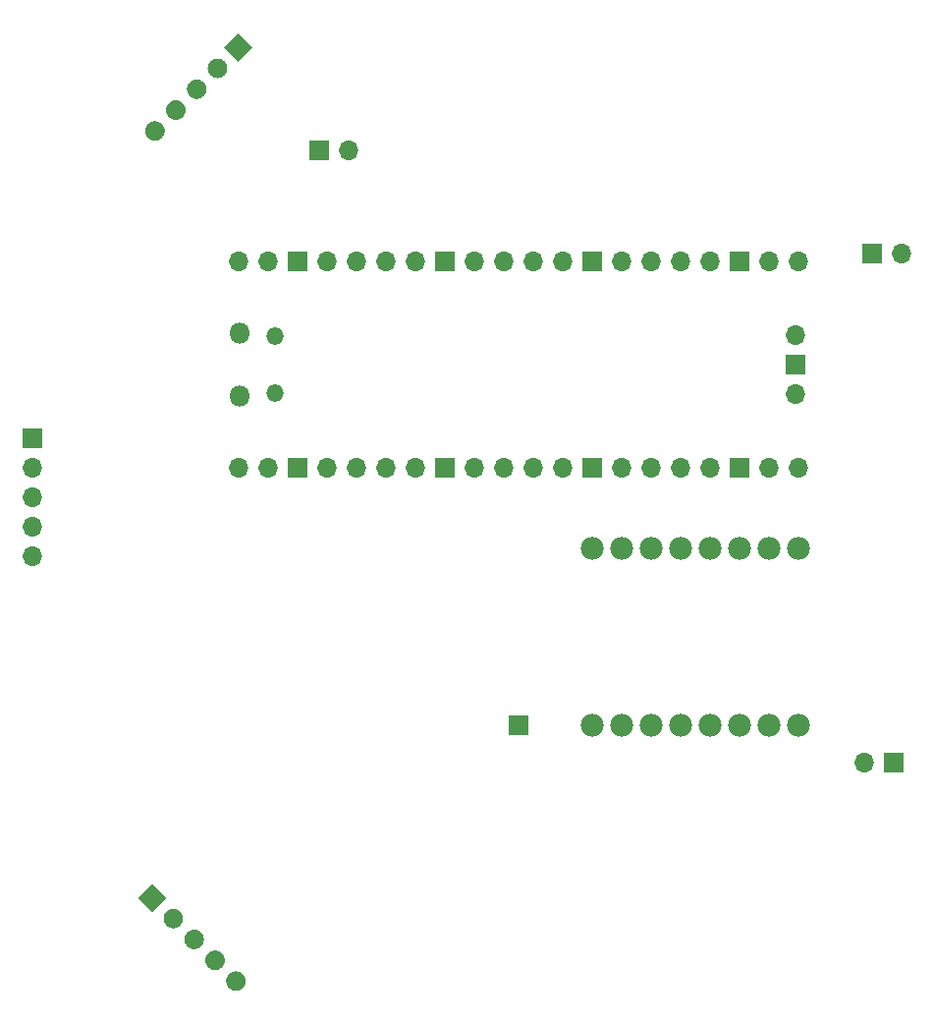
<source format=gbr>
%TF.GenerationSoftware,KiCad,Pcbnew,(6.0.9)*%
%TF.CreationDate,2022-12-06T16:34:43+05:30*%
%TF.ProjectId,micromouseus,6d696372-6f6d-46f7-9573-6575732e6b69,rev?*%
%TF.SameCoordinates,Original*%
%TF.FileFunction,Soldermask,Bot*%
%TF.FilePolarity,Negative*%
%FSLAX46Y46*%
G04 Gerber Fmt 4.6, Leading zero omitted, Abs format (unit mm)*
G04 Created by KiCad (PCBNEW (6.0.9)) date 2022-12-06 16:34:43*
%MOMM*%
%LPD*%
G01*
G04 APERTURE LIST*
%ADD10C,1.980000*%
%ADD11R,1.700000X1.700000*%
%ADD12O,1.700000X1.700000*%
%ADD13O,1.800000X1.800000*%
%ADD14O,1.500000X1.500000*%
G04 APERTURE END LIST*
D10*
%TO.C,U1*%
X161290000Y-107950000D03*
X163830000Y-107950000D03*
X166370000Y-107950000D03*
X168910000Y-107950000D03*
X171450000Y-107950000D03*
X173990000Y-107950000D03*
X176530000Y-107950000D03*
X179070000Y-107950000D03*
X179070000Y-92710000D03*
X176530000Y-92710000D03*
X173990000Y-92710000D03*
X171450000Y-92710000D03*
X168910000Y-92710000D03*
X166370000Y-92710000D03*
X163830000Y-92710000D03*
X161290000Y-92710000D03*
%TD*%
%TO.C,J3*%
G36*
X123411433Y-123978515D02*
G01*
X122209351Y-122776433D01*
X123411433Y-121574351D01*
X124613515Y-122776433D01*
X123411433Y-123978515D01*
G37*
G36*
G01*
X124606443Y-125173525D02*
X124606443Y-125173525D01*
G75*
G02*
X124606443Y-123971443I601041J601041D01*
G01*
X124606443Y-123971443D01*
G75*
G02*
X125808525Y-123971443I601041J-601041D01*
G01*
X125808525Y-123971443D01*
G75*
G02*
X125808525Y-125173525I-601041J-601041D01*
G01*
X125808525Y-125173525D01*
G75*
G02*
X124606443Y-125173525I-601041J601041D01*
G01*
G37*
G36*
G01*
X126402494Y-126969576D02*
X126402494Y-126969576D01*
G75*
G02*
X126402494Y-125767494I601041J601041D01*
G01*
X126402494Y-125767494D01*
G75*
G02*
X127604576Y-125767494I601041J-601041D01*
G01*
X127604576Y-125767494D01*
G75*
G02*
X127604576Y-126969576I-601041J-601041D01*
G01*
X127604576Y-126969576D01*
G75*
G02*
X126402494Y-126969576I-601041J601041D01*
G01*
G37*
G36*
G01*
X128198546Y-128765628D02*
X128198546Y-128765628D01*
G75*
G02*
X128198546Y-127563546I601041J601041D01*
G01*
X128198546Y-127563546D01*
G75*
G02*
X129400628Y-127563546I601041J-601041D01*
G01*
X129400628Y-127563546D01*
G75*
G02*
X129400628Y-128765628I-601041J-601041D01*
G01*
X129400628Y-128765628D01*
G75*
G02*
X128198546Y-128765628I-601041J601041D01*
G01*
G37*
G36*
G01*
X129994597Y-130561679D02*
X129994597Y-130561679D01*
G75*
G02*
X129994597Y-129359597I601041J601041D01*
G01*
X129994597Y-129359597D01*
G75*
G02*
X131196679Y-129359597I601041J-601041D01*
G01*
X131196679Y-129359597D01*
G75*
G02*
X131196679Y-130561679I-601041J-601041D01*
G01*
X131196679Y-130561679D01*
G75*
G02*
X129994597Y-130561679I-601041J601041D01*
G01*
G37*
%TD*%
D11*
%TO.C,J7*%
X185420000Y-67310000D03*
D12*
X187960000Y-67310000D03*
%TD*%
D11*
%TO.C,J6*%
X187325000Y-111125000D03*
D12*
X184785000Y-111125000D03*
%TD*%
D13*
%TO.C,U2*%
X130940000Y-79560000D03*
D14*
X133970000Y-74410000D03*
X133970000Y-79260000D03*
D13*
X130940000Y-74110000D03*
D12*
X130810000Y-85725000D03*
X133350000Y-85725000D03*
D11*
X135890000Y-85725000D03*
D12*
X138430000Y-85725000D03*
X140970000Y-85725000D03*
X143510000Y-85725000D03*
X146050000Y-85725000D03*
D11*
X148590000Y-85725000D03*
D12*
X151130000Y-85725000D03*
X153670000Y-85725000D03*
X156210000Y-85725000D03*
X158750000Y-85725000D03*
D11*
X161290000Y-85725000D03*
D12*
X163830000Y-85725000D03*
X166370000Y-85725000D03*
X168910000Y-85725000D03*
X171450000Y-85725000D03*
D11*
X173990000Y-85725000D03*
D12*
X176530000Y-85725000D03*
X179070000Y-85725000D03*
X179070000Y-67945000D03*
X176530000Y-67945000D03*
D11*
X173990000Y-67945000D03*
D12*
X171450000Y-67945000D03*
X168910000Y-67945000D03*
X166370000Y-67945000D03*
X163830000Y-67945000D03*
D11*
X161290000Y-67945000D03*
D12*
X158750000Y-67945000D03*
X156210000Y-67945000D03*
X153670000Y-67945000D03*
X151130000Y-67945000D03*
D11*
X148590000Y-67945000D03*
D12*
X146050000Y-67945000D03*
X143510000Y-67945000D03*
X140970000Y-67945000D03*
X138430000Y-67945000D03*
D11*
X135890000Y-67945000D03*
D12*
X133350000Y-67945000D03*
X130810000Y-67945000D03*
X178840000Y-79375000D03*
D11*
X178840000Y-76835000D03*
D12*
X178840000Y-74295000D03*
%TD*%
%TO.C,J1*%
G36*
X129607918Y-49530000D02*
G01*
X130810000Y-48327918D01*
X132012082Y-49530000D01*
X130810000Y-50732082D01*
X129607918Y-49530000D01*
G37*
G36*
G01*
X128412908Y-50725010D02*
X128412908Y-50725010D01*
G75*
G02*
X129614990Y-50725010I601041J-601041D01*
G01*
X129614990Y-50725010D01*
G75*
G02*
X129614990Y-51927092I-601041J-601041D01*
G01*
X129614990Y-51927092D01*
G75*
G02*
X128412908Y-51927092I-601041J601041D01*
G01*
X128412908Y-51927092D01*
G75*
G02*
X128412908Y-50725010I601041J601041D01*
G01*
G37*
G36*
G01*
X126616857Y-52521061D02*
X126616857Y-52521061D01*
G75*
G02*
X127818939Y-52521061I601041J-601041D01*
G01*
X127818939Y-52521061D01*
G75*
G02*
X127818939Y-53723143I-601041J-601041D01*
G01*
X127818939Y-53723143D01*
G75*
G02*
X126616857Y-53723143I-601041J601041D01*
G01*
X126616857Y-53723143D01*
G75*
G02*
X126616857Y-52521061I601041J601041D01*
G01*
G37*
G36*
G01*
X124820805Y-54317113D02*
X124820805Y-54317113D01*
G75*
G02*
X126022887Y-54317113I601041J-601041D01*
G01*
X126022887Y-54317113D01*
G75*
G02*
X126022887Y-55519195I-601041J-601041D01*
G01*
X126022887Y-55519195D01*
G75*
G02*
X124820805Y-55519195I-601041J601041D01*
G01*
X124820805Y-55519195D01*
G75*
G02*
X124820805Y-54317113I601041J601041D01*
G01*
G37*
G36*
G01*
X123024754Y-56113164D02*
X123024754Y-56113164D01*
G75*
G02*
X124226836Y-56113164I601041J-601041D01*
G01*
X124226836Y-56113164D01*
G75*
G02*
X124226836Y-57315246I-601041J-601041D01*
G01*
X124226836Y-57315246D01*
G75*
G02*
X123024754Y-57315246I-601041J601041D01*
G01*
X123024754Y-57315246D01*
G75*
G02*
X123024754Y-56113164I601041J601041D01*
G01*
G37*
%TD*%
D11*
%TO.C,J5*%
X154940000Y-107950000D03*
%TD*%
%TO.C,J2*%
X113030000Y-83190000D03*
D12*
X113030000Y-85730000D03*
X113030000Y-88270000D03*
X113030000Y-90810000D03*
X113030000Y-93350000D03*
%TD*%
D11*
%TO.C,J4*%
X137790000Y-58420000D03*
D12*
X140330000Y-58420000D03*
%TD*%
M02*

</source>
